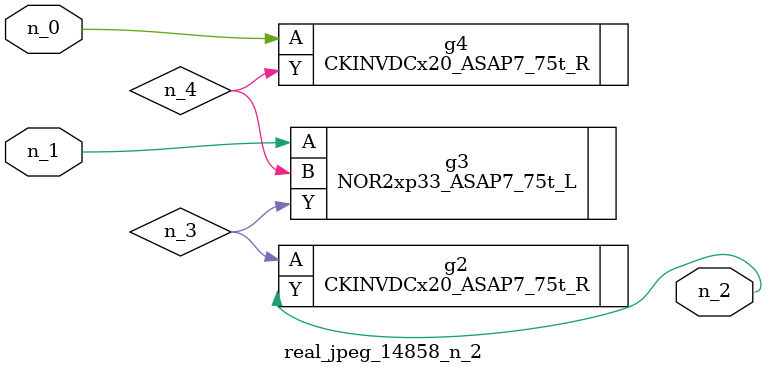
<source format=v>
module real_jpeg_14858_n_2 (n_1, n_0, n_2);

input n_1;
input n_0;

output n_2;

wire n_4;
wire n_3;

CKINVDCx20_ASAP7_75t_R g4 ( 
.A(n_0),
.Y(n_4)
);

NOR2xp33_ASAP7_75t_L g3 ( 
.A(n_1),
.B(n_4),
.Y(n_3)
);

CKINVDCx20_ASAP7_75t_R g2 ( 
.A(n_3),
.Y(n_2)
);


endmodule
</source>
